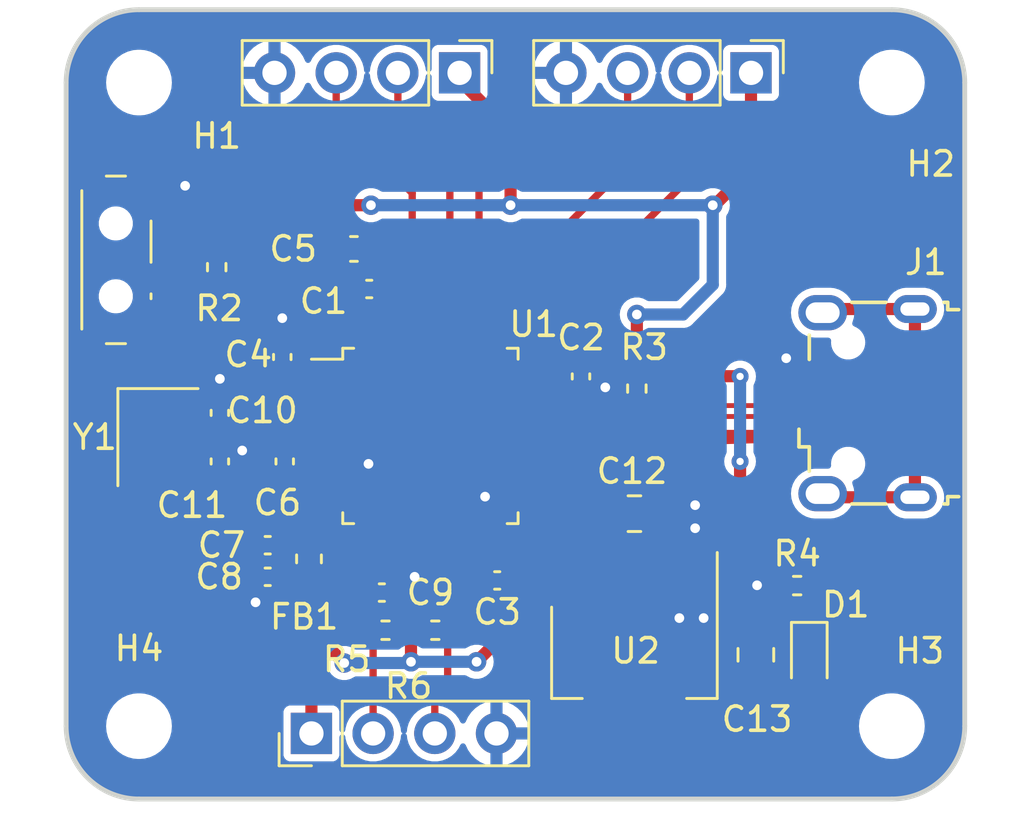
<source format=kicad_pcb>
(kicad_pcb (version 20221018) (generator pcbnew)
  (layers (0 "F.Cu" signal) (31 "B.Cu" power) (34 "B.Paste" user) (35 "F.Paste" user) (36 "B.SilkS" user "B.Silkscreen") (37 "F.SilkS" user "F.Silkscreen") (38 "B.Mask" user) (39 "F.Mask" user) (44 "Edge.Cuts" user))
  (net 0 "")
  (net 1 "+3.3V")
  (net 2 "GND")
  (net 3 "+3.3VA")
  (net 4 "/NRST")
  (net 5 "/HSE_IN")
  (net 6 "/HSE_OUT")
  (net 7 "VBUS")
  (net 8 "/LED_K")
  (net 9 "/USB_D-")
  (net 10 "/USB_D+")
  (net 12 "unconnected-(J1-Shield-Pad6)")
  (net 13 "/SWDIO")
  (net 14 "/SWCLK")
  (net 15 "/USART1_TX")
  (net 16 "/USART1_RX")
  (net 17 "/I2C2_SCL")
  (net 18 "/I2C2_SDA")
  (net 19 "Net-(SW1-B)")
  (net 20 "/BOOT0")
  (footprint "Crystal:Crystal_SMD_3225-4Pin_3.2x2.5mm" (layer "F.Cu") (at 102.78 91.1 -90)
    (fp_text reference "Y1" (at 0 2.6 -180) (layer "F.SilkS"))
    (fp_text value "16MHz")
    (fp_line (start -2 -1.65) (end -2 1.65) (stroke (width 0.12)) (layer "F.SilkS"))
    (fp_line (start -2 1.65) (end 2 1.65) (stroke (width 0.12)) (layer "F.SilkS"))
    (pad "1" smd rect (at -1.1 0.85 270) (size 1.4 1.2) (layers "F.Cu" "F.Paste" "F.Mask") (net 5 "/HSE_IN"))
    (pad "2" smd rect (at 1.1 0.85 270) (size 1.4 1.2) (layers "F.Cu" "F.Paste" "F.Mask") (net 2 "GND"))
    (pad "3" smd rect (at 1.1 -0.85 270) (size 1.4 1.2) (layers "F.Cu" "F.Paste" "F.Mask") (net 6 "/HSE_OUT"))
    (pad "4" smd rect (at -1.1 -0.85 270) (size 1.4 1.2) (layers "F.Cu" "F.Paste" "F.Mask") (net 2 "GND"))
  )
  (footprint "Connector_PinHeader_2.54mm:PinHeader_1x04_P2.54mm_Vertical" (layer "F.Cu") (at 127.2 76.1 -90)
    (fp_text reference "SWD1" hide)
    (fp_text value "SWD")
    (fp_line (start -1.33 -1.33) (end 0 -1.33) (stroke (width 0.12)) (layer "F.SilkS"))
    (fp_line (start -1.33 0) (end -1.33 -1.33) (stroke (width 0.12)) (layer "F.SilkS"))
    (fp_line (start -1.33 1.27) (end -1.33 8.95) (stroke (width 0.12)) (layer "F.SilkS"))
    (fp_line (start -1.33 1.27) (end 1.33 1.27) (stroke (width 0.12)) (layer "F.SilkS"))
    (fp_line (start -1.33 8.95) (end 1.33 8.95) (stroke (width 0.12)) (layer "F.SilkS"))
    (fp_line (start 1.33 1.27) (end 1.33 8.95) (stroke (width 0.12)) (layer "F.SilkS"))
    (pad "1" thru_hole rect (at 0 0 270) (size 1.7 1.7) (drill 1) (layers "*.Cu" "*.Mask") (net 1 "+3.3V"))
    (pad "2" thru_hole oval (at 0 2.54 270) (size 1.7 1.7) (drill 1) (layers "*.Cu" "*.Mask") (net 13 "/SWDIO"))
    (pad "3" thru_hole oval (at 0 5.08 270) (size 1.7 1.7) (drill 1) (layers "*.Cu" "*.Mask") (net 14 "/SWCLK"))
    (pad "4" thru_hole oval (at 0 7.62 270) (size 1.7 1.7) (drill 1) (layers "*.Cu" "*.Mask") (net 2 "GND"))
  )
  (footprint "Inductor_SMD:L_0603_1608Metric" (layer "F.Cu") (at 109 96.1125 -90)
    (fp_text reference "FB1" (at 2.3875 0.2 -180) (layer "F.SilkS"))
    (fp_text value "120R")
    (fp_line (start -0.162779 -0.51) (end 0.162779 -0.51) (stroke (width 0.12)) (layer "F.SilkS"))
    (fp_line (start -0.162779 0.51) (end 0.162779 0.51) (stroke (width 0.12)) (layer "F.SilkS"))
    (pad "1" smd roundrect (at -0.7875 0 270) (size 0.875 0.95) (layers "F.Cu" "F.Paste" "F.Mask") (net 3 "+3.3VA"))
    (pad "2" smd roundrect (at 0.7875 0 270) (size 0.875 0.95) (layers "F.Cu" "F.Paste" "F.Mask") (net 1 "+3.3V"))
  )
  (footprint "Capacitor_SMD:C_0402_1005Metric" (layer "F.Cu") (at 107.3 96.85 180)
    (fp_text reference "C8" (at 2 0) (layer "F.SilkS"))
    (fp_text value "1uF")
    (fp_line (start -0.107836 -0.36) (end 0.107836 -0.36) (stroke (width 0.12)) (layer "F.SilkS"))
    (fp_line (start -0.107836 0.36) (end 0.107836 0.36) (stroke (width 0.12)) (layer "F.SilkS"))
    (pad "1" smd roundrect (at -0.48 0 180) (size 0.56 0.62) (layers "F.Cu" "F.Paste" "F.Mask") (net 1 "+3.3V"))
    (pad "2" smd roundrect (at 0.48 0 180) (size 0.56 0.62) (layers "F.Cu" "F.Paste" "F.Mask") (net 2 "GND"))
  )
  (footprint "MountingHole:MountingHole_2.2mm_M2" (layer "F.Cu") (at 133 103)
    (fp_text reference "H3" (at 1.15 -3.1) (layer "F.SilkS"))
    (fp_text value "MountingHole")
    (pad "" np_thru_hole circle (at 0 0) (size 2.2 2.2) (drill 2.2) (layers "*.Cu" "*.Mask"))
  )
  (footprint "Resistor_SMD:R_0402_1005Metric" (layer "F.Cu") (at 129.1 97.2125 180)
    (fp_text reference "R4" (at 0 1.3125) (layer "F.SilkS"))
    (fp_text value "1K5")
    (fp_line (start -0.153641 -0.38) (end 0.153641 -0.38) (stroke (width 0.12)) (layer "F.SilkS"))
    (fp_line (start -0.153641 0.38) (end 0.153641 0.38) (stroke (width 0.12)) (layer "F.SilkS"))
    (pad "1" smd roundrect (at -0.51 0 180) (size 0.54 0.64) (layers "F.Cu" "F.Paste" "F.Mask") (net 8 "/LED_K"))
    (pad "2" smd roundrect (at 0.51 0 180) (size 0.54 0.64) (layers "F.Cu" "F.Paste" "F.Mask") (net 2 "GND"))
  )
  (footprint "Connector_PinHeader_2.54mm:PinHeader_1x04_P2.54mm_Vertical" (layer "F.Cu") (at 109.1 103.3 90)
    (fp_text reference "I2C1" hide)
    (fp_text value "I2C")
    (fp_line (start -1.33 -1.33) (end 0 -1.33) (stroke (width 0.12)) (layer "F.SilkS"))
    (fp_line (start -1.33 0) (end -1.33 -1.33) (stroke (width 0.12)) (layer "F.SilkS"))
    (fp_line (start -1.33 1.27) (end -1.33 8.95) (stroke (width 0.12)) (layer "F.SilkS"))
    (fp_line (start -1.33 1.27) (end 1.33 1.27) (stroke (width 0.12)) (layer "F.SilkS"))
    (fp_line (start -1.33 8.95) (end 1.33 8.95) (stroke (width 0.12)) (layer "F.SilkS"))
    (fp_line (start 1.33 1.27) (end 1.33 8.95) (stroke (width 0.12)) (layer "F.SilkS"))
    (pad "1" thru_hole rect (at 0 0 90) (size 1.7 1.7) (drill 1) (layers "*.Cu" "*.Mask") (net 1 "+3.3V"))
    (pad "2" thru_hole oval (at 0 2.54 90) (size 1.7 1.7) (drill 1) (layers "*.Cu" "*.Mask") (net 17 "/I2C2_SCL"))
    (pad "3" thru_hole oval (at 0 5.08 90) (size 1.7 1.7) (drill 1) (layers "*.Cu" "*.Mask") (net 18 "/I2C2_SDA"))
    (pad "4" thru_hole oval (at 0 7.62 90) (size 1.7 1.7) (drill 1) (layers "*.Cu" "*.Mask") (net 2 "GND"))
  )
  (footprint "Capacitor_SMD:C_0805_2012Metric" (layer "F.Cu") (at 122.4 94.25)
    (fp_text reference "C12" (at -0.1 -1.75) (layer "F.SilkS"))
    (fp_text value "22uF")
    (fp_line (start -0.261252 -0.735) (end 0.261252 -0.735) (stroke (width 0.12)) (layer "F.SilkS"))
    (fp_line (start -0.261252 0.735) (end 0.261252 0.735) (stroke (width 0.12)) (layer "F.SilkS"))
    (pad "1" smd roundrect (at -0.95 0) (size 1 1.45) (layers "F.Cu" "F.Paste" "F.Mask") (net 7 "VBUS"))
    (pad "2" smd roundrect (at 0.95 0) (size 1 1.45) (layers "F.Cu" "F.Paste" "F.Mask") (net 2 "GND"))
  )
  (footprint "MountingHole:MountingHole_2.2mm_M2" (layer "F.Cu") (at 133 76.5)
    (fp_text reference "H2" (at 1.6 3.35) (layer "F.SilkS"))
    (fp_text value "MountingHole")
    (pad "" np_thru_hole circle (at 0 0) (size 2.2 2.2) (drill 2.2) (layers "*.Cu" "*.Mask"))
  )
  (footprint "Capacitor_SMD:C_0603_1608Metric" (layer "F.Cu") (at 110.85 83.35)
    (fp_text reference "C5" (at -2.5 0) (layer "F.SilkS"))
    (fp_text value "10uF")
    (fp_line (start -0.14058 -0.51) (end 0.14058 -0.51) (stroke (width 0.12)) (layer "F.SilkS"))
    (fp_line (start -0.14058 0.51) (end 0.14058 0.51) (stroke (width 0.12)) (layer "F.SilkS"))
    (pad "1" smd roundrect (at -0.775 0) (size 0.9 0.95) (layers "F.Cu" "F.Paste" "F.Mask") (net 1 "+3.3V"))
    (pad "2" smd roundrect (at 0.775 0) (size 0.9 0.95) (layers "F.Cu" "F.Paste" "F.Mask") (net 2 "GND"))
  )
  (footprint "Connector_USB:USB_Micro-B_Wuerth_629105150521" (layer "F.Cu") (at 132 89.7 90)
    (fp_text reference "J1" (at 5.8 2.4 180) (layer "F.SilkS"))
    (fp_text value "USB_B_Micro")
    (fp_line (start -4.15 -0.65) (end -4.15 0.75) (stroke (width 0.15)) (layer "F.SilkS"))
    (fp_line (start -4.15 3.15) (end -4.15 3.3) (stroke (width 0.15)) (layer "F.SilkS"))
    (fp_line (start -4.15 3.3) (end -3.85 3.3) (stroke (width 0.15)) (layer "F.SilkS"))
    (fp_line (start -3.85 3.3) (end -3.85 3.75) (stroke (width 0.15)) (layer "F.SilkS"))
    (fp_line (start -1.8 -2.825) (end -1.8 -2.4) (stroke (width 0.15)) (layer "F.SilkS"))
    (fp_line (start -1.8 -2.4) (end -2.8 -2.4) (stroke (width 0.15)) (layer "F.SilkS"))
    (fp_line (start -1.075 -2.825) (end -1.8 -2.825) (stroke (width 0.15)) (layer "F.SilkS"))
    (fp_line (start 1.8 -2.4) (end 2.8 -2.4) (stroke (width 0.15)) (layer "F.SilkS"))
    (fp_line (start 3.85 3.3) (end 4.15 3.3) (stroke (width 0.15)) (layer "F.SilkS"))
    (fp_line (start 3.85 3.75) (end 3.85 3.3) (stroke (width 0.15)) (layer "F.SilkS"))
    (fp_line (start 4.15 0.75) (end 4.15 -0.65) (stroke (width 0.15)) (layer "F.SilkS"))
    (fp_line (start 4.15 3.3) (end 4.15 3.15) (stroke (width 0.15)) (layer "F.SilkS"))
    (pad "" np_thru_hole oval (at -2.5 -0.8 90) (size 0.8 0.8) (drill 0.8) (layers "*.Cu" "*.Mask"))
    (pad "" np_thru_hole oval (at 2.5 -0.8 90) (size 0.8 0.8) (drill 0.8) (layers "*.Cu" "*.Mask"))
    (pad "1" smd rect (at -1.3 -1.9 90) (size 0.45 1.3) (layers "F.Cu" "F.Paste" "F.Mask") (net 7 "VBUS"))
    (pad "2" smd rect (at -0.65 -1.9 90) (size 0.45 1.3) (layers "F.Cu" "F.Paste" "F.Mask") (net 9 "/USB_D-"))
    (pad "3" smd rect (at 0 -1.9 90) (size 0.45 1.3) (layers "F.Cu" "F.Paste" "F.Mask") (net 10 "/USB_D+"))
    (pad "4" smd rect (at 0.65 -1.9 90) (size 0.45 1.3) (layers "F.Cu" "F.Paste" "F.Mask"))
    (pad "5" smd rect (at 1.3 -1.9 90) (size 0.45 1.3) (layers "F.Cu" "F.Paste" "F.Mask") (net 2 "GND"))
    (pad "6" thru_hole oval (at -3.875 1.95 90) (size 1.15 1.8) (drill oval 0.55 1.2) (layers "*.Cu" "*.Mask") (net 12 "unconnected-(J1-Shield-Pad6)"))
    (pad "6" thru_hole oval (at -3.725 -1.85 90) (size 1.45 2) (drill oval 0.85 1.4) (layers "*.Cu" "*.Mask") (net 12 "unconnected-(J1-Shield-Pad6)"))
    (pad "6" thru_hole oval (at 3.725 -1.85 90) (size 1.45 2) (drill oval 0.85 1.4) (layers "*.Cu" "*.Mask") (net 12 "unconnected-(J1-Shield-Pad6)"))
    (pad "6" thru_hole oval (at 3.875 1.95 90) (size 1.15 1.8) (drill oval 0.55 1.2) (layers "*.Cu" "*.Mask") (net 12 "unconnected-(J1-Shield-Pad6)"))
  )
  (footprint "Button_Switch_SMD:SW_SPDT_PCM12" (layer "F.Cu") (at 101.375 83.8 -90)
    (fp_text reference "SW1" hide)
    (fp_text value "SW_SPDT")
    (fp_line (start -3.45 -0.07) (end -3.45 0.72) (stroke (width 0.12)) (layer "F.SilkS"))
    (fp_line (start -2.85 1.73) (end 2.85 1.73) (stroke (width 0.12)) (layer "F.SilkS"))
    (fp_line (start -1.6 -1.12) (end 0.1 -1.12) (stroke (width 0.12)) (layer "F.SilkS"))
    (fp_line (start 1.4 -1.12) (end 1.6 -1.12) (stroke (width 0.12)) (layer "F.SilkS"))
    (fp_line (start 3.45 0.72) (end 3.45 -0.07) (stroke (width 0.12)) (layer "F.SilkS"))
    (pad "" smd rect (at -3.65 -0.78 270) (size 1 0.8) (layers "F.Cu" "F.Paste" "F.Mask"))
    (pad "" smd rect (at -3.65 1.43 270) (size 1 0.8) (layers "F.Cu" "F.Paste" "F.Mask"))
    (pad "" np_thru_hole circle (at -1.5 0.33 270) (size 0.9 0.9) (drill 0.9) (layers "*.Cu" "*.Mask"))
    (pad "" np_thru_hole circle (at 1.5 0.33 270) (size 0.9 0.9) (drill 0.9) (layers "*.Cu" "*.Mask"))
    (pad "" smd rect (at 3.65 -0.78 270) (size 1 0.8) (layers "F.Cu" "F.Paste" "F.Mask"))
    (pad "" smd rect (at 3.65 1.43 270) (size 1 0.8) (layers "F.Cu" "F.Paste" "F.Mask"))
    (pad "1" smd rect (at -2.25 -1.43 270) (size 0.7 1.5) (layers "F.Cu" "F.Paste" "F.Mask") (net 2 "GND"))
    (pad "2" smd rect (at 0.75 -1.43 270) (size 0.7 1.5) (layers "F.Cu" "F.Paste" "F.Mask") (net 19 "Net-(SW1-B)"))
    (pad "3" smd rect (at 2.25 -1.43 270) (size 0.7 1.5) (layers "F.Cu" "F.Paste" "F.Mask") (net 1 "+3.3V"))
  )
  (footprint "Capacitor_SMD:C_0402_1005Metric" (layer "F.Cu") (at 105.33 92.1 90)
    (fp_text reference "C11" (at -1.8 -1.15 180) (layer "F.SilkS"))
    (fp_text value "10pF")
    (fp_line (start -0.107836 -0.36) (end 0.107836 -0.36) (stroke (width 0.12)) (layer "F.SilkS"))
    (fp_line (start -0.107836 0.36) (end 0.107836 0.36) (stroke (width 0.12)) (layer "F.SilkS"))
    (pad "1" smd roundrect (at -0.48 0 90) (size 0.56 0.62) (layers "F.Cu" "F.Paste" "F.Mask") (net 6 "/HSE_OUT"))
    (pad "2" smd roundrect (at 0.48 0 90) (size 0.56 0.62) (layers "F.Cu" "F.Paste" "F.Mask") (net 2 "GND"))
  )
  (footprint "Resistor_SMD:R_0402_1005Metric" (layer "F.Cu") (at 105.2 84.1 90)
    (fp_text reference "R2" (at -1.7 0.1) (layer "F.SilkS"))
    (fp_text value "10K")
    (fp_line (start -0.153641 -0.38) (end 0.153641 -0.38) (stroke (width 0.12)) (layer "F.SilkS"))
    (fp_line (start -0.153641 0.38) (end 0.153641 0.38) (stroke (width 0.12)) (layer "F.SilkS"))
    (pad "1" smd roundrect (at -0.51 0 90) (size 0.54 0.64) (layers "F.Cu" "F.Paste" "F.Mask") (net 19 "Net-(SW1-B)"))
    (pad "2" smd roundrect (at 0.51 0 90) (size 0.54 0.64) (layers "F.Cu" "F.Paste" "F.Mask") (net 20 "/BOOT0"))
  )
  (footprint "Capacitor_SMD:C_0805_2012Metric" (layer "F.Cu") (at 127.4 100.0625 90)
    (fp_text reference "C13" (at -2.65 0.05 180) (layer "F.SilkS"))
    (fp_text value "22uF")
    (fp_line (start -0.261252 -0.735) (end 0.261252 -0.735) (stroke (width 0.12)) (layer "F.SilkS"))
    (fp_line (start -0.261252 0.735) (end 0.261252 0.735) (stroke (width 0.12)) (layer "F.SilkS"))
    (pad "1" smd roundrect (at -0.95 0 90) (size 1 1.45) (layers "F.Cu" "F.Paste" "F.Mask") (net 1 "+3.3V"))
    (pad "2" smd roundrect (at 0.95 0 90) (size 1 1.45) (layers "F.Cu" "F.Paste" "F.Mask") (net 2 "GND"))
  )
  (footprint "MountingHole:MountingHole_2.2mm_M2" (layer "F.Cu") (at 102 103)
    (fp_text reference "H4" (at 0 -3.2) (layer "F.SilkS"))
    (fp_text value "MountingHole")
    (pad "" np_thru_hole circle (at 0 0) (size 2.2 2.2) (drill 2.2) (layers "*.Cu" "*.Mask"))
  )
  (footprint "Capacitor_SMD:C_0402_1005Metric" (layer "F.Cu") (at 107.9 87.8 90)
    (fp_text reference "C4" (at 0.1 -1.4 180) (layer "F.SilkS"))
    (fp_text value "100nF")
    (fp_line (start -0.107836 -0.36) (end 0.107836 -0.36) (stroke (width 0.12)) (layer "F.SilkS"))
    (fp_line (start -0.107836 0.36) (end 0.107836 0.36) (stroke (width 0.12)) (layer "F.SilkS"))
    (pad "1" smd roundrect (at -0.48 0 90) (size 0.56 0.62) (layers "F.Cu" "F.Paste" "F.Mask") (net 1 "+3.3V"))
    (pad "2" smd roundrect (at 0.48 0 90) (size 0.56 0.62) (layers "F.Cu" "F.Paste" "F.Mask") (net 2 "GND"))
  )
  (footprint "LED_SMD:LED_0603_1608Metric" (layer "F.Cu") (at 129.6 100.2125 -90)
    (fp_text reference "D1" (at -2.2125 -1.5 -180) (layer "F.SilkS"))
    (fp_text value "RED")
    (fp_line (start -1.485 -0.735) (end -1.485 0.735) (stroke (width 0.12)) (layer "F.SilkS"))
    (fp_line (start -1.485 0.735) (end 0.8 0.735) (stroke (width 0.12)) (layer "F.SilkS"))
    (fp_line (start 0.8 -0.735) (end -1.485 -0.735) (stroke (width 0.12)) (layer "F.SilkS"))
    (pad "1" smd roundrect (at -0.7875 0 270) (size 0.875 0.95) (layers "F.Cu" "F.Paste" "F.Mask") (net 8 "/LED_K"))
    (pad "2" smd roundrect (at 0.7875 0 270) (size 0.875 0.95) (layers "F.Cu" "F.Paste" "F.Mask") (net 1 "+3.3V"))
  )
  (footprint "Capacitor_SMD:C_0402_1005Metric" (layer "F.Cu") (at 108 92.1 90)
    (fp_text reference "C6" (at -1.7 -0.3) (layer "F.SilkS"))
    (fp_text value "10nF")
    (fp_line (start -0.107836 -0.36) (end 0.107836 -0.36) (stroke (width 0.12)) (layer "F.SilkS"))
    (fp_line (start -0.107836 0.36) (end 0.107836 0.36) (stroke (width 0.12)) (layer "F.SilkS"))
    (pad "1" smd roundrect (at -0.48 0 90) (size 0.56 0.62) (layers "F.Cu" "F.Paste" "F.Mask") (net 3 "+3.3VA"))
    (pad "2" smd roundrect (at 0.48 0 90) (size 0.56 0.62) (layers "F.Cu" "F.Paste" "F.Mask") (net 2 "GND"))
  )
  (footprint "MountingHole:MountingHole_2.2mm_M2" (layer "F.Cu") (at 102 76.5)
    (fp_text reference "H1" (at 3.2 2.2) (layer "F.SilkS"))
    (fp_text value "MountingHole")
    (pad "" np_thru_hole circle (at 0 0) (size 2.2 2.2) (drill 2.2) (layers "*.Cu" "*.Mask"))
  )
  (footprint "Resistor_SMD:R_0402_1005Metric" (layer "F.Cu") (at 122.5 89.1 -90)
    (fp_text reference "R3" (at -1.7 -0.3) (layer "F.SilkS"))
    (fp_text value "1K5")
    (fp_line (start -0.153641 -0.38) (end 0.153641 -0.38) (stroke (width 0.12)) (layer "F.SilkS"))
    (fp_line (start -0.153641 0.38) (end 0.153641 0.38) (stroke (width 0.12)) (layer "F.SilkS"))
    (pad "1" smd roundrect (at -0.51 0 270) (size 0.54 0.64) (layers "F.Cu" "F.Paste" "F.Mask") (net 1 "+3.3V"))
    (pad "2" smd roundrect (at 0.51 0 270) (size 0.54 0.64) (layers "F.Cu" "F.Paste" "F.Mask") (net 10 "/USB_D+"))
  )
  (footprint "Package_TO_SOT_SMD:SOT-223-3_TabPin2" (layer "F.Cu") (at 122.4 99.95 -90)
    (fp_text reference "U2" (at -0.05 -0.05 -180) (layer "F.SilkS"))
    (fp_text value "AMS1117-3.3")
    (fp_line (start -4.1 -3.41) (end 1.91 -3.41) (stroke (width 0.12)) (layer "F.SilkS"))
    (fp_line (start -1.85 3.41) (end 1.91 3.41) (stroke (width 0.12)) (layer "F.SilkS"))
    (fp_line (start 1.91 -3.41) (end 1.91 -2.15) (stroke (width 0.12)) (layer "F.SilkS"))
    (fp_line (start 1.91 3.41) (end 1.91 2.15) (stroke (width 0.12)) (layer "F.SilkS"))
    (pad "1" smd rect (at -3.15 -2.3 270) (size 2 1.5) (layers "F.Cu" "F.Paste" "F.Mask") (net 2 "GND"))
    (pad "2" smd rect (at -3.15 0 270) (size 2 1.5) (layers "F.Cu" "F.Paste" "F.Mask") (net 1 "+3.3V"))
    (pad "2" smd rect (at 3.15 0 270) (size 2 3.8) (layers "F.Cu" "F.Paste" "F.Mask") (net 1 "+3.3V"))
    (pad "3" smd rect (at -3.15 2.3 270) (size 2 1.5) (layers "F.Cu" "F.Paste" "F.Mask") (net 7 "VBUS"))
  )
  (footprint "Resistor_SMD:R_0402_1005Metric" (layer "F.Cu") (at 114.2 99.05)
    (fp_text reference "R6" (at -1.1 2.3) (layer "F.SilkS"))
    (fp_text value "1K5")
    (fp_line (start -0.153641 -0.38) (end 0.153641 -0.38) (stroke (width 0.12)) (layer "F.SilkS"))
    (fp_line (start -0.153641 0.38) (end 0.153641 0.38) (stroke (width 0.12)) (layer "F.SilkS"))
    (pad "1" smd roundrect (at -0.51 0) (size 0.54 0.64) (layers "F.Cu" "F.Paste" "F.Mask") (net 1 "+3.3V"))
    (pad "2" smd roundrect (at 0.51 0) (size 0.54 0.64) (layers "F.Cu" "F.Paste" "F.Mask") (net 18 "/I2C2_SDA"))
  )
  (footprint "Capacitor_SMD:C_0402_1005Metric" (layer "F.Cu") (at 111.48 85)
    (fp_text reference "C1" (at -1.88 0.5) (layer "F.SilkS"))
    (fp_text value "100nF")
    (fp_line (start -0.107836 -0.36) (end 0.107836 -0.36) (stroke (width 0.12)) (layer "F.SilkS"))
    (fp_line (start -0.107836 0.36) (end 0.107836 0.36) (stroke (width 0.12)) (layer "F.SilkS"))
    (pad "1" smd roundrect (at -0.48 0) (size 0.56 0.62) (layers "F.Cu" "F.Paste" "F.Mask") (net 1 "+3.3V"))
    (pad "2" smd roundrect (at 0.48 0) (size 0.56 0.62) (layers "F.Cu" "F.Paste" "F.Mask") (net 2 "GND"))
  )
  (footprint "Connector_PinHeader_2.54mm:PinHeader_1x04_P2.54mm_Vertical" (layer "F.Cu") (at 115.2 76.1 -90)
    (fp_text reference "UART1" hide)
    (fp_text value "UART")
    (fp_line (start -1.33 -1.33) (end 0 -1.33) (stroke (width 0.12)) (layer "F.SilkS"))
    (fp_line (start -1.33 0) (end -1.33 -1.33) (stroke (width 0.12)) (layer "F.SilkS"))
    (fp_line (start -1.33 1.27) (end -1.33 8.95) (stroke (width 0.12)) (layer "F.SilkS"))
    (fp_line (start -1.33 1.27) (end 1.33 1.27) (stroke (width 0.12)) (layer "F.SilkS"))
    (fp_line (start -1.33 8.95) (end 1.33 8.95) (stroke (width 0.12)) (layer "F.SilkS"))
    (fp_line (start 1.33 1.27) (end 1.33 8.95) (stroke (width 0.12)) (layer "F.SilkS"))
    (pad "1" thru_hole rect (at 0 0 270) (size 1.7 1.7) (drill 1) (layers "*.Cu" "*.Mask") (net 1 "+3.3V"))
    (pad "2" thru_hole oval (at 0 2.54 270) (size 1.7 1.7) (drill 1) (layers "*.Cu" "*.Mask") (net 15 "/USART1_TX"))
    (pad "3" thru_hole oval (at 0 5.08 270) (size 1.7 1.7) (drill 1) (layers "*.Cu" "*.Mask") (net 16 "/USART1_RX"))
    (pad "4" thru_hole oval (at 0 7.62 270) (size 1.7 1.7) (drill 1) (layers "*.Cu" "*.Mask") (net 2 "GND"))
  )
  (footprint "Package_QFP:LQFP-48_7x7mm_P0.5mm" (layer "F.Cu") (at 114 91.05)
    (fp_text reference "U1" (at 4.25 -4.6) (layer "F.SilkS"))
    (fp_text value "STM32F103C8T6")
    (fp_line (start -3.61 -3.61) (end -3.61 -3.16) (stroke (width 0.12)) (layer "F.SilkS"))
    (fp_line (start -3.61 -3.16) (end -4.9 -3.16) (stroke (width 0.12)) (layer "F.SilkS"))
    (fp_line (start -3.61 3.61) (end -3.61 3.16) (stroke (width 0.12)) (layer "F.SilkS"))
    (fp_line (start -3.16 -3.61) (end -3.61 -3.61) (stroke (width 0.12)) (layer "F.SilkS"))
    (fp_line (start -3.16 3.61) (end -3.61 3.61) (stroke (width 0.12)) (layer "F.SilkS"))
    (fp_line (start 3.16 -3.61) (end 3.61 -3.61) (stroke (width 0.12)) (layer "F.SilkS"))
    (fp_line (start 3.16 3.61) (end 3.61 3.61) (stroke (width 0.12)) (layer "F.SilkS"))
    (fp_line (start 3.61 -3.61) (end 3.61 -3.16) (stroke (width 0.12)) (layer "F.SilkS"))
    (fp_line (start 3.61 3.61) (end 3.61 3.16) (stroke (width 0.12)) (layer "F.SilkS"))
    (pad "1" smd roundrect (at -4.1625 -2.75) (size 1.475 0.3) (layers "F.Cu" "F.Paste" "F.Mask") (net 1 "+3.3V"))
    (pad "2" smd roundrect (at -4.1625 -2.25) (size 1.475 0.3) (layers "F.Cu" "F.Paste" "F.Mask"))
    (pad "3" smd roundrect (at -4.1625 -1.75) (size 1.475 0.3) (layers "F.Cu" "F.Paste" "F.Mask"))
    (pad "4" smd roundrect (at -4.1625 -1.25) (size 1.475 0.3) (layers "F.Cu" "F.Paste" "F.Mask"))
    (pad "5" smd roundrect (at -4.1625 -0.75) (size 1.475 0.3) (layers "F.Cu" "F.Paste" "F.Mask") (net 5 "/HSE_IN"))
    (pad "6" smd roundrect (at -4.1625 -0.25) (size 1.475 0.3) (layers "F.Cu" "F.Paste" "F.Mask") (net 6 "/HSE_OUT"))
    (pad "7" smd roundrect (at -4.1625 0.25) (size 1.475 0.3) (layers "F.Cu" "F.Paste" "F.Mask") (net 4 "/NRST"))
    (pad "8" smd roundrect (at -4.1625 0.75) (size 1.475 0.3) (layers "F.Cu" "F.Paste" "F.Mask") (net 2 "GND"))
    (pad "9" smd roundrect (at -4.1625 1.25) (size 1.475 0.3) (layers "F.Cu" "F.Paste" "F.Mask") (net 3 "+3.3VA"))
    (pad "10" smd roundrect (at -4.1625 1.75) (size 1.475 0.3) (layers "F.Cu" "F.Paste" "F.Mask"))
    (pad "11" smd roundrect (at -4.1625 2.25) (size 1.475 0.3) (layers "F.Cu" "F.Paste" "F.Mask"))
    (pad "12" smd roundrect (at -4.1625 2.75) (size 1.475 0.3) (layers "F.Cu" "F.Paste" "F.Mask"))
    (pad "13" smd roundrect (at -2.75 4.1625) (size 0.3 1.475) (layers "F.Cu" "F.Paste" "F.Mask"))
    (pad "14" smd roundrect (at -2.25 4.1625) (size 0.3 1.475) (layers "F.Cu" "F.Paste" "F.Mask"))
    (pad "15" smd roundrect (at -1.75 4.1625) (size 0.3 1.475) (layers "F.Cu" "F.Paste" "F.Mask"))
    (pad "16" smd roundrect (at -1.25 4.1625) (size 0.3 1.475) (layers "F.Cu" "F.Paste" "F.Mask"))
    (pad "17" smd roundrect (at -0.75 4.1625) (size 0.3 1.475) (layers "F.Cu" "F.Paste" "F.Mask"))
    (pad "18" smd roundrect (at -0.25 4.1625) (size 0.3 1.475) (layers "F.Cu" "F.Paste" "F.Mask"))
    (pad "19" smd roundrect (at 0.25 4.1625) (size 0.3 1.475) (layers "F.Cu" "F.Paste" "F.Mask"))
    (pad "20" smd roundrect (at 0.75 4.1625) (size 0.3 1.475) (layers "F.Cu" "F.Paste" "F.Mask"))
    (pad "21" smd roundrect (at 1.25 4.1625) (size 0.3 1.475) (layers "F.Cu" "F.Paste" "F.Mask") (net 17 "/I2C2_SCL"))
    (pad "22" smd roundrect (at 1.75 4.1625) (size 0.3 1.475) (layers "F.Cu" "F.Paste" "F.Mask") (net 18 "/I2C2_SDA"))
    (pad "23" smd roundrect (at 2.25 4.1625) (size 0.3 1.475) (layers "F.Cu" "F.Paste" "F.Mask") (net 2 "GND"))
    (pad "24" smd roundrect (at 2.75 4.1625) (size 0.3 1.475) (layers "F.Cu" "F.Paste" "F.Mask") (net 1 "+3.3V"))
    (pad "25" smd roundrect (at 4.1625 2.75) (size 1.475 0.3) (layers "F.Cu" "F.Paste" "F.Mask"))
    (pad "26" smd roundrect (at 4.1625 2.25) (size 1.475 0.3) (layers "F.Cu" "F.Paste" "F.Mask"))
    (pad "27" smd roundrect (at 4.1625 1.75) (size 1.475 0.3) (layers "F.Cu" "F.Paste" "F.Mask"))
    (pad "28" smd roundrect (at 4.1625 1.25) (size 1.475 0.3) (layers "F.Cu" "F.Paste" "F.Mask"))
    (pad "29" smd roundrect (at 4.1625 0.75) (size 1.475 0.3) (layers "F.Cu" "F.Paste" "F.Mask"))
    (pad "30" smd roundrect (at 4.1625 0.25) (size 1.475 0.3) (layers "F.Cu" "F.Paste" "F.Mask"))
    (pad "31" smd roundrect (at 4.1625 -0.25) (size 1.475 0.3) (layers "F.Cu" "F.Paste" "F.Mask"))
    (pad "32" smd roundrect (at 4.1625 -0.75) (size 1.475 0.3) (layers "F.Cu" "F.Paste" "F.Mask") (net 9 "/USB_D-"))
    (pad "33" smd roundrect (at 4.1625 -1.25) (size 1.475 0.3) (layers "F.Cu" "F.Paste" "F.Mask") (net 10 "/USB_D+"))
    (pad "34" smd roundrect (at 4.1625 -1.75) (size 1.475 0.3) (layers "F.Cu" "F.Paste" "F.Mask") (net 13 "/SWDIO"))
    (pad "35" smd roundrect (at 4.1625 -2.25) (size 1.475 0.3) (layers "F.Cu" "F.Paste" "F.Mask") (net 2 "GND"))
    (pad "36" smd roundrect (at 4.1625 -2.75) (size 1.475 0.3) (layers "F.Cu" "F.Paste" "F.Mask") (net 1 "+3.3V"))
    (pad "37" smd roundrect (at 2.75 -4.1625) (size 0.3 1.475) (layers "F.Cu" "F.Paste" "F.Mask") (net 14 "/SWCLK"))
    (pad "38" smd roundrect (at 2.25 -4.1625) (size 0.3 1.475) (layers "F.Cu" "F.Paste" "F.Mask"))
    (pad "39" smd roundrect (at 1.75 -4.1625) (size 0.3 1.475) (layers "F.Cu" "F.Paste" "F.Mask"))
    (pad "40" smd roundrect (at 1.25 -4.1625) (size 0.3 1.475) (layers "F.Cu" "F.Paste" "F.Mask"))
    (pad "41" smd roundrect (at 0.75 -4.1625) (size 0.3 1.475) (layers "F.Cu" "F.Paste" "F.Mask"))
    (pad "42" smd roundrect (at 0.25 -4.1625) (size 0.3 1.475) (layers "F.Cu" "F.Paste" "F.Mask") (net 15 "/USART1_TX"))
    (pad "43" smd roundrect (at -0.25 -4.1625) (size 0.3 1.475) (layers "F.Cu" "F.Paste" "F.Mask") (net 16 "/USART1_RX"))
    (pad "44" smd roundrect (at -0.75 -4.1625) (size 0.3 1.475) (layers "F.Cu" "F.Paste" "F.Mask") (net 20 "/BOOT0"))
    (pad "45" smd roundrect (at -1.25 -4.1625) (size 0.3 1.475) (layers "F.Cu" "F.Paste" "F.Mask"))
    (pad "46" smd roundrect (at -1.75 -4.1625) (size 0.3 1.475) (layers "F.Cu" "F.Paste" "F.Mask"))
    (pad "47" smd roundrect (at -2.25 -4.1625) (size 0.3 1.475) (layers "F.Cu" "F.Paste" "F.Mask") (net 2 "GND"))
    (pad "48" smd roundrect (at -2.75 -4.1625) (size 0.3 1.475) (layers "F.Cu" "F.Paste" "F.Mask") (net 1 "+3.3V"))
  )
  (footprint "Capacitor_SMD:C_0402_1005Metric" (layer "F.Cu") (at 116.75 97 180)
    (fp_text reference "C3" (at 0 -1.3) (layer "F.SilkS"))
    (fp_text value "100nF")
    (fp_line (start -0.107836 -0.36) (end 0.107836 -0.36) (stroke (width 0.12)) (layer "F.SilkS"))
    (fp_line (start -0.107836 0.36) (end 0.107836 0.36) (stroke (width 0.12)) (layer "F.SilkS"))
    (pad "1" smd roundrect (at -0.48 0 180) (size 0.56 0.62) (layers "F.Cu" "F.Paste" "F.Mask") (net 1 "+3.3V"))
    (pad "2" smd roundrect (at 0.48 0 180) (size 0.56 0.62) (layers "F.Cu" "F.Paste" "F.Mask") (net 2 "GND"))
  )
  (footprint "Capacitor_SMD:C_0402_1005Metric" (layer "F.Cu") (at 105.33 90.1 90)
    (fp_text reference "C10" (at 0.1 1.75 180) (layer "F.SilkS"))
    (fp_text value "10pF")
    (fp_line (start -0.107836 -0.36) (end 0.107836 -0.36) (stroke (width 0.12)) (layer "F.SilkS"))
    (fp_line (start -0.107836 0.36) (end 0.107836 0.36) (stroke (width 0.12)) (layer "F.SilkS"))
    (pad "1" smd roundrect (at -0.48 0 90) (size 0.56 0.62) (layers "F.Cu" "F.Paste" "F.Mask") (net 5 "/HSE_IN"))
    (pad "2" smd roundrect (at 0.48 0 90) (size 0.56 0.62) (layers "F.Cu" "F.Paste" "F.Mask") (net 2 "GND"))
  )
  (footprint "Resistor_SMD:R_0402_1005Metric" (layer "F.Cu") (at 112.15 99.05 180)
    (fp_text reference "R5" (at 1.6 -1.2) (layer "F.SilkS"))
    (fp_text value "1K5")
    (fp_line (start -0.153641 -0.38) (end 0.153641 -0.38) (stroke (width 0.12)) (layer "F.SilkS"))
    (fp_line (start -0.153641 0.38) (end 0.153641 0.38) (stroke (width 0.12)) (layer "F.SilkS"))
    (pad "1" smd roundrect (at -0.51 0 180) (size 0.54 0.64) (layers "F.Cu" "F.Paste" "F.Mask") (net 1 "+3.3V"))
    (pad "2" smd roundrect (at 0.51 0 180) (size 0.54 0.64) (layers "F.Cu" "F.Paste" "F.Mask") (net 17 "/I2C2_SCL"))
  )
  (footprint "Capacitor_SMD:C_0402_1005Metric" (layer "F.Cu") (at 120.2 88.6 -90)
    (fp_text reference "C2" (at -1.6 0 -180) (layer "F.SilkS"))
    (fp_text value "100nF")
    (fp_line (start -0.107836 -0.36) (end 0.107836 -0.36) (stroke (width 0.12)) (layer "F.SilkS"))
    (fp_line (start -0.107836 0.36) (end 0.107836 0.36) (stroke (width 0.12)) (layer "F.SilkS"))
    (pad "1" smd roundrect (at -0.48 0 270) (size 0.56 0.62) (layers "F.Cu" "F.Paste" "F.Mask") (net 1 "+3.3V"))
    (pad "2" smd roundrect (at 0.48 0 270) (size 0.56 0.62) (layers "F.Cu" "F.Paste" "F.Mask") (net 2 "GND"))
  )
  (footprint "Capacitor_SMD:C_0402_1005Metric" (layer "F.Cu") (at 107.3 95.55 180)
    (fp_text reference "C7" (at 1.9 0) (layer "F.SilkS"))
    (fp_text value "1uF")
    (fp_line (start -0.107836 -0.36) (end 0.107836 -0.36) (stroke (width 0.12)) (layer "F.SilkS"))
    (fp_line (start -0.107836 0.36) (end 0.107836 0.36) (stroke (width 0.12)) (layer "F.SilkS"))
    (pad "1" smd roundrect (at -0.48 0 180) (size 0.56 0.62) (layers "F.Cu" "F.Paste" "F.Mask") (net 3 "+3.3VA"))
    (pad "2" smd roundrect (at 0.48 0 180) (size 0.56 0.62) (layers "F.Cu" "F.Paste" "F.Mask") (net 2 "GND"))
  )
  (footprint "Capacitor_SMD:C_0402_1005Metric" (layer "F.Cu") (at 112 97.5 180)
    (fp_text reference "C9" (at -2 0) (layer "F.SilkS"))
    (fp_text value "100nF")
    (fp_line (start -0.107836 -0.36) (end 0.107836 -0.36) (stroke (width 0.12)) (layer "F.SilkS"))
    (fp_line (start -0.107836 0.36) (end 0.107836 0.36) (stroke (width 0.12)) (layer "F.SilkS"))
    (pad "1" smd roundrect (at -0.48 0 180) (size 0.56 0.62) (layers "F.Cu" "F.Paste" "F.Mask") (net 2 "GND"))
    (pad "2" smd roundrect (at 0.48 0 180) (size 0.56 0.62) (layers "F.Cu" "F.Paste" "F.Mask") (net 4 "/NRST"))
  )
  (gr_arc (start 133 73.5) (mid 135.121321 74.378679) (end 136 76.5) (stroke (width 0.2)) (layer "Edge.Cuts"))
  (gr_arc (start 102 106) (mid 99.878679 105.121321) (end 99 103) (stroke (width 0.2)) (layer "Edge.Cuts"))
  (gr_line (start 99 76.5) (end 99 103) (stroke (width 0.2)) (layer "Edge.Cuts"))
  (gr_line (start 136 76.5) (end 136 103) (stroke (width 0.2)) (layer "Edge.Cuts"))
  (gr_line (start 102 106) (end 133 106) (stroke (width 0.2)) (layer "Edge.Cuts"))
  (gr_line (start 102 73.5) (end 133 73.5) (stroke (width 0.2)) (layer "Edge.Cuts"))
  (gr_arc (start 136 103) (mid 135.121321 105.121321) (end 133 106) (stroke (width 0.2)) (layer "Edge.Cuts"))
  (gr_arc (start 99 76.5) (mid 99.878679 74.378679) (end 102 73.5) (stroke (width 0.2)) (layer "Edge.Cuts"))
  (segment (start 109.2 99.15) (end 110.45 100.4) (width 0.5) (layer "F.Cu") (net 1))
  (segment (start 118.5 104.15) (end 118.5 101.05) (width 0.5) (layer "F.Cu") (net 1))
  (segment (start 126.75 94.9) (end 126.75 92.1) (width 0.5) (layer "F.Cu") (net 1))
  (segment (start 127.45 95.6) (end 126.75 94.9) (width 0.5) (layer "F.Cu") (net 1))
  (segment (start 115.9 100.35) (end 116.47 99.78) (width 0.5) (layer "F.Cu") (net 1))
  (segment (start 110.075 83.35) (end 110.075 84.075) (width 0.5) (layer "F.Cu") (net 1))
  (segment (start 110.55 81.55) (end 111.55 81.55) (width 0.5) (layer "F.Cu") (net 1))
  (segment (start 102.805 86.05) (end 105.4 86.05) (width 0.5) (layer "F.Cu") (net 1))
  (segment (start 126.74 88.59) (end 126.75 88.6) (width 0.5) (layer "F.Cu") (net 1))
  (segment (start 117.3 78.5) (end 115.2 76.4) (width 0.5) (layer "F.Cu") (net 1))
  (segment (start 111 85.7) (end 111 85) (width 0.3) (layer "F.Cu") (net 1))
  (segment (start 107.78 96.85) (end 108.95 96.85) (width 0.5) (layer "F.Cu") (net 1))
  (segment (start 129.6 101) (end 129.6 103.85) (width 0.5) (layer "F.Cu") (net 1))
  (segment (start 129.6 101) (end 130.55 101) (width 0.5) (layer "F.Cu") (net 1))
  (segment (start 111.25 88.15) (end 111.1 88.3) (width 0.3) (layer "F.Cu") (net 1))
  (segment (start 127.4 101.0125) (end 129.5875 101.0125) (width 0.5) (layer "F.Cu") (net 1))
  (segment (start 128.4 105.05) (end 119.4 105.05) (width 0.5) (layer "F.Cu") (net 1))
  (segment (start 106.05 86.7) (end 106.05 87.8) (width 0.5) (layer "F.Cu") (net 1))
  (segment (start 115.2 76.4) (end 115.2 76.1) (width 0.5) (layer "F.Cu") (net 1))
  (segment (start 108.95 96.85) (end 109 96.9) (width 0.5) (layer "F.Cu") (net 1))
  (segment (start 129.6 103.85) (end 128.4 105.05) (width 0.5) (layer "F.Cu") (net 1))
  (segment (start 105.4 86.05) (end 106.05 86.7) (width 0.5) (layer "F.Cu") (net 1))
  (segment (start 109.8375 88.3) (end 107.92 88.3) (width 0.3) (layer "F.Cu") (net 1))
  (segment (start 122.5 88.05) (end 122.5 86.05) (width 0.5) (layer "F.Cu") (net 1))
  (segment (start 111.25 86.8875) (end 111.25 85.95) (width 0.3) (layer "F.Cu") (net 1))
  (segment (start 113.2 99.05) (end 113.2 100.35) (width 0.5) (layer "F.Cu") (net 1))
  (segment (start 118.1625 88.3) (end 119.3 88.3) (width 0.3) (layer "F.Cu") (net 1))
  (segment (start 109 96.7) (end 109.2 96.9) (width 0.5) (layer "F.Cu") (net 1))
  (segment (start 131.05 95.6) (end 127.45 95.6) (width 0.5) (layer "F.Cu") (net 1))
  (segment (start 111.25 86.8875) (end 111.25 88.15) (width 0.3) (layer "F.Cu") (net 1))
  (segment (start 119.3 88.3) (end 119.48 88.12) (width 0.3) (layer "F.Cu") (net 1))
  (segment (start 130.55 101) (end 131.55 100) (width 0.5) (layer "F.Cu") (net 1))
  (segment (start 131.55 96.1) (end 131.05 95.6) (width 0.5) (layer "F.Cu") (net 1))
  (segment (start 117.3 81.55) (end 117.3 78.5) (width 0.5) (layer "F.Cu") (net 1))
  (segment (start 109.1 103.3) (end 109.1 97) (width 0.5) (layer "F.Cu") (net 1))
  (segment (start 117.23 97) (end 117.23 96.73) (width 0.3) (layer "F.Cu") (net 1))
  (segment (start 122.5 88.59) (end 122.5 88.05) (width 0.5) (layer "F.Cu") (net 1))
  (segment (start 111.1 88.3) (end 109.8375 88.3) (width 0.3) (layer "F.Cu") (net 1))
  (segment (start 122.43 88.12) (end 120.2 88.12) (width 0.5) (layer "F.Cu") (net 1))
  (segment (start 131.55 100) (end 131.55 96.1) (width 0.5) (layer "F.Cu") (net 1))
  (segment (start 107.92 88.3) (end 107.9 88.28) (width 0.3) (layer "F.Cu") (net 1))
  (segment (start 117.23 99.78) (end 117.23 97) (width 0.5) (layer "F.Cu") (net 1))
  (segment (start 111.25 85.95) (end 111 85.7) (width 0.3) (layer "F.Cu") (net 1))
  (segment (start 112.66 99.05) (end 113.2 99.05) (width 0.5) (layer "F.Cu") (net 1))
  (segment (start 122.5 88.59) (end 126.74 88.59) (width 0.5) (layer "F.Cu") (net 1))
  (segment (start 129.5875 101.0125) (end 129.6 101) (width 0.5) (layer "F.Cu") (net 1))
  (segment (start 116.47 99.78) (end 117.23 99.78) (width 0.5) (layer "F.Cu") (net 1))
  (segment (start 117.23 96.73) (end 116.75 96.25) (width 0.3) (layer "F.Cu") (net 1))
  (segment (start 116.75 96.25) (end 116.75 95.2125) (width 0.3) (layer "F.Cu") (net 1))
  (segment (start 119.48 88.12) (end 120.2 88.12) (width 0.3) (layer "F.Cu") (net 1))
  (segment (start 118.5 101.05) (end 117.23 99.78) (width 0.5) (layer "F.Cu") (net 1))
  (segment (start 106.53 88.28) (end 107.9 88.28) (width 0.5) (layer "F.Cu") (net 1))
  (segment (start 122.5 88.05) (end 122.43 88.12) (width 0.5) (layer "F.Cu") (net 1))
  (segment (start 113.2 99.05) (end 113.69 99.05) (width 0.5) (layer "F.Cu") (net 1))
  (segment (start 110.075 84.075) (end 111 85) (width 0.5) (layer "F.Cu") (net 1))
  (segment (start 125.625 81.625) (end 127.2 80.05) (width 0.5) (layer "F.Cu") (net 1))
  (segment (start 119.4 105.05) (end 118.5 104.15) (width 0.5) (layer "F.Cu") (net 1))
  (segment (start 110.075 83.35) (end 110.075 82.025) (width 0.5) (layer "F.Cu") (net 1))
  (segment (start 106.05 87.8) (end 106.53 88.28) (width 0.5) (layer "F.Cu") (net 1))
  (segment (start 109.1 97) (end 109 96.9) (width 0.5) (layer "F.Cu") (net 1))
  (segment (start 127.2 80.05) (end 127.2 76.1) (width 0.5) (layer "F.Cu") (net 1))
  (segment (start 110.075 82.025) (end 110.55 81.55) (width 0.5) (layer "F.Cu") (net 1))
  (via (at 126.75 92.1) (size 0.7) (drill 0.3) (layers "F.Cu" "B.Cu") (net 1))
  (via (at 113.2 100.35) (size 0.8) (drill 0.4) (layers "F.Cu" "B.Cu") (net 1))
  (via (at 115.9 100.35) (size 0.8) (drill 0.4) (layers "F.Cu" "B.Cu") (net 1))
  (via (at 126.75 88.6) (size 0.7) (drill 0.3) (layers "F.Cu" "B.Cu") (net 1))
  (via (at 110.45 100.4) (size 0.8) (drill 0.4) (layers "F.Cu" "B.Cu") (net 1))
  (via (at 117.3 81.55) (size 0.8) (drill 0.4) (layers "F.Cu" "B.Cu") (net 1))
  (via (at 125.625 81.55) (size 0.8) (drill 0.4) (layers "F.Cu" "B.Cu") (net 1))
  (via (at 122.5 86.05) (size 0.8) (drill 0.4) (layers "F.Cu" "B.Cu") (net 1))
  (via (at 111.55 81.55) (size 0.8) (drill 0.4) (layers "F.Cu" "B.Cu") (net 1))
  (segment (start 113.15 100.4) (end 113.2 100.35) (width 0.5) (layer "B.Cu") (net 1))
  (segment (start 125.55 81.55) (end 117.3 81.55) (width 0.5) (layer "B.Cu") (net 1))
  (segment (start 125.625 81.55) (end 125.625 84.825) (width 0.5) (layer "B.Cu") (net 1))
  (segment (start 110.45 100.4) (end 113.15 100.4) (width 0.5) (layer "B.Cu") (net 1))
  (segment (start 113.2 100.35) (end 115.9 100.35) (width 0.5) (layer "B.Cu") (net 1))
  (segment (start 126.75 88.6) (end 126.75 92.1) (width 0.5) (layer "B.Cu") (net 1))
  (segment (start 124.4 86.05) (end 122.5 86.05) (width 0.5) (layer "B.Cu") (net 1))
  (segment (start 111.55 81.55) (end 117.3 81.55) (width 0.5) (layer "B.Cu") (net 1))
  (segment (start 125.625 81.625) (end 125.55 81.55) (width 0.5) (layer "B.Cu") (net 1))
  (segment (start 125.625 84.825) (end 124.4 86.05) (width 0.5) (layer "B.Cu") (net 1))
  (segment (start 105.33 91.62) (end 106.22 91.62) (width 0.3) (layer "F.Cu") (net 2))
  (segment (start 121.17 89.08) (end 121.2 89.05) (width 0.3) (layer "F.Cu") (net 2))
  (segment (start 116.25 95.2125) (end 116.25 93.55) (width 0.3) (layer "F.Cu") (net 2))
  (segment (start 116.27 97) (end 116.25 96.98) (width 0.3) (layer "F.Cu") (net 2))
  (segment (start 111.75 86.8875) (end 111.75 85.95) (width 0.3) (layer "F.Cu") (net 2))
  (segment (start 127.4625 97.2125) (end 127.45 97.2) (width 0.3) (layer "F.Cu") (net 2))
  (segment (start 103.1 81.55) (end 103.9 80.75) (width 0.5) (layer "F.Cu") (net 2))
  (segment (start 120.2 89.08) (end 121.17 89.08) (width 0.3) (layer "F.Cu") (net 2))
  (segment (start 118.1625 88.8) (end 119.2 88.8) (width 0.3) (layer "F.Cu") (net 2))
  (segment (start 104.01 89.62) (end 105.33 89.62) (width 0.3) (layer "F.Cu") (net 2))
  (segment (start 103.63 88.93) (end 103.63 90) (width 0.3) (layer "F.Cu") (net 2))
  (segment (start 119.48 89.08) (end 120.2 89.08) (width 0.3) (layer "F.Cu") (net 2))
  (segment (start 108.52 91.62) (end 108.7 91.8) (width 0.3) (layer "F.Cu") (net 2))
  (segment (start 109.8375 91.8) (end 111.05 91.8) (width 0.3) (layer "F.Cu") (net 2))
  (segment (start 129.2 88.4) (end 128.65 87.85) (width 0.3) (layer "F.Cu") (net 2))
  (segment (start 100.4 92.2) (end 99.85 91.65) (width 0.3) (layer "F.Cu") (net 2))
  (segment (start 108 91.62) (end 108.52 91.62) (width 0.3) (layer "F.Cu") (net 2))
  (segment (start 106.82 96.85) (end 106.82 97.88) (width 0.3) (layer "F.Cu") (net 2))
  (segment (start 105.33 89.62) (end 105.33 88.7) (width 0.5) (layer "F.Cu") (net 2))
  (segment (start 111.05 91.8) (end 111.45 92.2) (width 0.3) (layer "F.Cu") (net 2))
  (segment (start 112.7 97.5) (end 113.35 96.85) (width 0.5) (layer "F.Cu") (net 2))
  (segment (start 102.805 81.55) (end 103.1 81.55) (width 0.5) (layer "F.Cu") (net 2))
  (segment (start 111.96 84.36) (end 111.96 85) (width 0.5) (layer "F.Cu") (net 2))
  (segment (start 111.625 84.025) (end 111.96 84.36) (width 0.5) (layer "F.Cu") (net 2))
  (segment (start 100.15 88.65) (end 103.35 88.65) (width 0.3) (layer "F.Cu") (net 2))
  (segment (start 99.85 91.65) (end 99.85 88.95) (width 0.3) (layer "F.Cu") (net 2))
  (segment (start 99.85 88.95) (end 100.15 88.65) (width 0.3) (layer "F.Cu") (net 2))
  (segment (start 107.9 87.32) (end 107.9 86.2) (width 0.5) (layer "F.Cu") (net 2))
  (segment (start 103.63 90) (end 104.01 89.62) (width 0.3) (layer "F.Cu") (net 2))
  (segment (start 111.75 85.95) (end 111.96 85.74) (width 0.3) (layer "F.Cu") (net 2))
  (segment (start 112.48 97.5) (end 112.7 97.5) (width 0.5) (layer "F.Cu") (net 2))
  (segment (start 111.96 85.74) (end 111.96 85) (width 0.3) (layer "F.Cu") (net 2))
  (segment (start 106.82 95.55) (end 106.82 96.85) (width 0.5) (layer "F.Cu") (net 2))
  (segment (start 106.82 97.88) (end 106.8 97.9) (width 0.3) (layer "F.Cu") (net 2))
  (segment (start 116.25 96.98) (end 116.25 95.2125) (width 0.3) (layer "F.Cu") (net 2))
  (segment (start 108.7 91.8) (end 109.8375 91.8) (width 0.3) (layer "F.Cu") (net 2))
  (segment (start 106.22 91.62) (end 106.25 91.65) (width 0.3) (layer "F.Cu") (net 2))
  (segment (start 111.625 83.35) (end 111.625 84.025) (width 0.5) (layer "F.Cu") (net 2))
  (segment (start 130.1 88.4) (end 129.2 88.4) (width 0.3) (layer "F.Cu") (net 2))
  (segment (start 101.93 92.2) (end 100.4 92.2) (width 0.3) (layer "F.Cu") (net 2))
  (segment (start 103.35 88.65) (end 103.63 88.93) (width 0.3) (layer "F.Cu") (net 2))
  (segment (start 119.2 88.8) (end 119.48 89.08) (width 0.3) (layer "F.Cu") (net 2))
  (via (at 111.45 92.2) (size 0.8) (drill 0.4) (layers "F.Cu" "B.Cu") (net 2))
  (via (at 106.8 97.9) (size 0.8) (drill 0.4) (layers "F.Cu" "B.Cu") (net 2))
  (via (at 107.9 86.2) (size 0.8) (drill 0.4) (layers "F.Cu" "B.Cu") (net 2))
  (via (at 125.25 98.55) (size 0.8) (drill 0.4) (layers "F.Cu" "B.Cu") (net 2))
  (via (at 121.2 89.05) (size 0.8) (drill 0.4) (layers "F.Cu" "B.Cu") (net 2))
  (via (at 124.25 98.55) (size 0.8) (drill 0.4) (layers "F.Cu" "B.Cu") (net 2))
  (via (at 116.25 93.55) (size 0.8) (drill 0.4) (layers "F.Cu" "B.Cu") (net 2))
  (via (at 124.9 93.9) (size 0.8) (drill 0.4) (layers "F.Cu" "B.Cu") (net 2))
  (via (at 103.9 80.75) (size 0.8) (drill 0.4) (layers "F.Cu" "B.Cu") (net 2))
  (via (at 128.65 87.85) (size 0.8) (drill 0.4) (layers "F.Cu" "B.Cu") (net 2))
  (via (at 124.9 94.85) (size 0.8) (drill 0.4) (layers "F.Cu" "B.Cu") (net 2))
  (via (at 113.35 96.85) (size 0.8) (drill 0.4) (layers "F.Cu" "B.Cu") (net 2))
  (via (at 106.25 91.65) (size 0.8) (drill 0.4) (layers "F.Cu" "B.Cu") (net 2))
  (via (at 105.33 88.7) (size 0.8) (drill 0.4) (layers "F.Cu" "B.Cu") (net 2))
  (via (at 127.45 97.2) (size 0.8) (drill 0.4) (layers "F.Cu" "B.Cu") (net 2))
  (segment (start 108.775 95.55) (end 109 95.325) (width 0.5) (layer "F.Cu") (net 3))
  (segment (start 108.8 92.3) (end 109.8375 92.3) (width 0.3) (layer "F.Cu") (net 3))
  (segment (start 108 94.2) (end 108 92.58) (width 0.5) (layer "F.Cu") (net 3))
  (segment (start 109 95.2) (end 108 94.2) (width 0.5) (layer "F.Cu") (net 3))
  (segment (start 107.78 95.55) (end 108.775 95.55) (width 0.5) (layer "F.Cu") (net 3))
  (segment (start 109 95.325) (end 109 95.2) (width 0.5) (layer "F.Cu") (net 3))
  (segment (start 108.52 92.58) (end 108.8 92.3) (width 0.3) (layer "F.Cu") (net 3))
  (segment (start 108 92.58) (end 108.52 92.58) (width 0.3) (layer "F.Cu") (net 3))
  (segment (start 110.45 94.6) (end 110.45 96.43) (width 0.3) (layer "F.Cu") (net 4))
  (segment (start 112.5 91.85) (end 112.5 92.55) (width 0.3) (layer "F.Cu") (net 4))
  (segment (start 110.45 96.43) (end 111.52 97.5) (width 0.3) (layer "F.Cu") (net 4))
  (segment (start 112.5 92.55) (end 110.45 94.6) (width 0.3) (layer "F.Cu") (net 4))
  (segment (start 111.95 91.3) (end 112.5 91.85) (width 0.3) (layer "F.Cu") (net 4))
  (segment (start 109.8375 91.3) (end 111.95 91.3) (width 0.3) (layer "F.Cu") (net 4))
  (segment (start 106.18 90.3) (end 109.8375 90.3) (width 0.3) (layer "F.Cu") (net 5))
  (segment (start 102.78 91.1) (end 101.93 90.25) (width 0.3) (layer "F.Cu") (net 5))
  (segment (start 105.33 90.58) (end 104.9 90.58) (width 0.3) (layer "F.Cu") (net 5))
  (segment (start 105.9 90.58) (end 106.18 90.3) (width 0.3) (layer "F.Cu") (net 5))
  (segment (start 104.38 91.1) (end 102.78 91.1) (width 0.3) (layer "F.Cu") (net 5))
  (segment (start 104.9 90.58) (end 104.38 91.1) (width 0.3) (layer "F.Cu") (net 5))
  (segment (start 101.93 90.25) (end 101.93 90) (width 0.3) (layer "F.Cu") (net 5))
  (segment (start 105.33 90.58) (end 105.9 90.58) (width 0.3) (layer "F.Cu") (net 5))
  (segment (start 105.33 92.58) (end 104.01 92.58) (width 0.3) (layer "F.Cu") (net 6))
  (segment (start 107.3 90.8) (end 109.8375 90.8) (width 0.3) (layer "F.Cu") (net 6))
  (segment (start 106.82 92.58) (end 107.1 92.3) (width 0.3) (layer "F.Cu") (net 6))
  (segment (start 107.1 92.3) (end 107.1 91) (width 0.3) (layer "F.Cu") (net 6))
  (segment (start 107.1 91) (end 107.3 90.8) (width 0.3) (layer "F.Cu") (net 6))
  (segment (start 104.01 92.58) (end 103.63 92.2) (width 0.3) (layer "F.Cu") (net 6))
  (segment (start 105.33 92.58) (end 106.82 92.58) (width 0.3) (layer "F.Cu") (net 6))
  (segment (start 129.6 97.2225) (end 129.61 97.2125) (width 0.3) (layer "F.Cu") (net 8))
  (segment (start 129.6 99.425) (end 129.6 97.2225) (width 0.3) (layer "F.Cu") (net 8))
  (segment (start 118.2125 90.25) (end 129.024999 90.25) (width 0.2) (layer "F.Cu") (net 9))
  (segment (start 129.024999 90.25) (end 129.124999 90.35) (width 0.2) (layer "F.Cu") (net 9))
  (segment (start 129.124999 90.35) (end 130.1 90.35) (width 0.2) (layer "F.Cu") (net 9))
  (segment (start 118.1625 90.3) (end 118.2125 90.25) (width 0.2) (layer "F.Cu") (net 9))
  (segment (start 129.024999 89.8) (end 129.124999 89.7) (width 0.2) (layer "F.Cu") (net 10))
  (segment (start 118.1625 89.8) (end 129.024999 89.8) (width 0.2) (layer "F.Cu") (net 10))
  (segment (start 129.124999 89.7) (end 130.1 89.7) (width 0.2) (layer "F.Cu") (net 10))
  (segment (start 133.95 93.575) (end 133.95 85.825) (width 0.5) (layer "F.Cu") (net 12))
  (segment (start 133.95 93.575) (end 130.3 93.575) (width 0.5) (layer "F.Cu") (net 12))
  (segment (start 130.3 85.825) (end 130.15 85.975) (width 0.5) (layer "F.Cu") (net 12))
  (segment (start 133.95 85.825) (end 130.3 85.825) (width 0.5) (layer "F.Cu") (net 12))
  (segment (start 130.3 93.575) (end 130.15 93.425) (width 0.5) (layer "F.Cu") (net 12))
  (segment (start 124.66 80.44) (end 124.66 76.1) (width 0.3) (layer "F.Cu") (net 13))
  (segment (start 116.6 89.3) (end 116.5 89.2) (width 0.3) (layer "F.Cu") (net 13))
  (segment (start 116.5 88.6) (end 124.66 80.44) (width 0.3) (layer "F.Cu") (net 13))
  (segment (start 116.5 89.2) (end 116.5 88.6) (width 0.3) (layer "F.Cu") (net 13))
  (segment (start 118.1625 89.3) (end 116.6 89.3) (width 0.3) (layer "F.Cu") (net 13))
  (segment (start 116.75 85.25) (end 122.12 79.88) (width 0.3) (layer "F.Cu") (net 14))
  (segment (start 122.12 79.88) (end 122.12 76.1) (width 0.3) (layer "F.Cu") (net 14))
  (segment (start 116.75 86.8875) (end 116.75 85.25) (width 0.3) (layer "F.Cu") (net 14))
  (segment (start 114.4 77.8) (end 112.9 77.8) (width 0.3) (layer "F.Cu") (net 15))
  (segment (start 112.9 77.8) (end 112.66 77.56) (width 0.3) (layer "F.Cu") (net 15))
  (segment (start 114.25 86.8875) (end 114.25 86.04688) (width 0.3) (layer "F.Cu") (net 15))
  (segment (start 114.25 86.04688) (end 114.49688 85.8) (width 0.3) (layer "F.Cu") (net 15))
  (segment (start 116 84.3) (end 116 79.4) (width 0.3) (layer "F.Cu") (net 15))
  (segment (start 114.49688 85.8) (end 114.5 85.8) (width 0.3) (layer "F.Cu") (net 15))
  (segment (start 114.5 85.8) (end 116 84.3) (width 0.3) (layer "F.Cu") (net 15))
  (segment (start 116 79.4) (end 114.4 77.8) (width 0.3) (layer "F.Cu") (net 15))
  (segment (start 112.66 77.56) (end 112.66 76.1) (width 0.3) (layer "F.Cu") (net 15))
  (segment (start 110.12 78.24) (end 110.12 76.1) (width 0.3) (layer "F.Cu") (net 16))
  (segment (start 113.75 85.05) (end 114.8 84) (width 0.3) (layer "F.Cu") (net 16))
  (segment (start 114.8 84) (end 114.8 80.4) (width 0.3) (layer "F.Cu") (net 16))
  (segment (start 110.88 79) (end 110.12 78.24) (width 0.3) (layer "F.Cu") (net 16))
  (segment (start 113.4 79) (end 110.88 79) (width 0.3) (layer "F.Cu") (net 16))
  (segment (start 114.8 80.4) (end 113.4 79) (width 0.3) (layer "F.Cu") (net 16))
  (segment (start 113.75 86.8875) (end 113.75 85.05) (width 0.3) (layer "F.Cu") (net 16))
  (segment (start 111.64 98.61) (end 111.64 99.05) (width 0.3) (layer "F.Cu") (net 17))
  (segment (start 113.306048 98.25) (end 112 98.25) (width 0.3) (layer "F.Cu") (net 17))
  (segment (start 112 98.25) (end 111.64 98.61) (width 0.3) (layer "F.Cu") (net 17))
  (segment (start 115.25 96.306048) (end 113.306048 98.25) (width 0.3) (layer "F.Cu") (net 17))
  (segment (start 111.64 99.05) (end 111.64 103.3) (width 0.3) (layer "F.Cu") (net 17))
  (segment (start 115.25 95.2125) (end 115.25 96.306048) (width 0.3) (layer "F.Cu") (net 17))
  (segment (start 114.71 99.05) (end 114.71 101.24) (width 0.3) (layer "F.Cu") (net 18))
  (segment (start 115.75 95.2125) (end 115.75 96.513154) (width 0.3) (layer "F.Cu") (net 18))
  (segment (start 114.18 101.77) (end 114.18 103.3) (width 0.3) (layer "F.Cu") (net 18))
  (segment (start 114.71 101.24) (end 114.18 101.77) (width 0.3) (layer "F.Cu") (net 18))
  (segment (start 114.71 97.553154) (end 114.71 99.05) (width 0.3) (layer "F.Cu") (net 18))
  (segment (start 115.75 96.513154) (end 114.71 97.553154) (width 0.3) (layer "F.Cu") (net 18))
  (segment (start 102.865 84.61) (end 102.805 84.55) (width 0.3) (layer "F.Cu") (net 19))
  (segment (start 105.2 84.61) (end 102.865 84.61) (width 0.3) (layer "F.Cu") (net 19))
  (segment (start 106 80.1) (end 105.2 80.9) (width 0.3) (layer "F.Cu") (net 20))
  (segment (start 112.3 80.1) (end 106 80.1) (width 0.3) (layer "F.Cu") (net 20))
  (segment (start 113.25 81.05) (end 112.3 80.1) (width 0.3) (layer "F.Cu") (net 20))
  (segment (start 113.25 86.8875) (end 113.25 81.05) (width 0.3) (layer "F.Cu") (net 20))
  (segment (start 105.2 80.9) (end 105.2 83.59) (width 0.3) (layer "F.Cu") (net 20))
  (zone (net 2) (net_name "GND") (layer "F.Cu") (priority 1) (connect_pads yes (clearance 0.3)) (min_thickness 0.25) (fill yes (thermal_gap 0.5) (thermal_bridge_width 0.5))
    (polygon (pts (xy 122.85 93.2) (xy 125.5 93.2) (xy 125.8 93.4) (xy 125.8 93.65) (xy 125.8 95.9) (xy 125.8 96.25) (xy 126 96.45) (xy 126.3 96.5) (xy 126.75 96.5) (xy 127.15 96.5) (xy 128.75 96.5) (xy 128.9 96.7) (xy 128.9 97.8) (xy 128.65 98) (xy 128.3 98.15) (xy 128.3 99.65) (xy 128.15 99.9) (xy 124.15 99.9) (xy 123.6 99.5) (xy 123.6 95.7) (xy 123.4 95.4) (xy 122.75 95.4) (xy 122.55 95.2) (xy 122.55 93.45)))
  )
  (zone (net 7) (net_name "VBUS") (layer "F.Cu") (priority 3) (connect_pads yes (clearance 0.3)) (min_thickness 0.25) (fill yes (thermal_gap 0.5) (thermal_bridge_width 0.5))
    (polygon (pts (xy 119.35 98) (xy 120.85 98) (xy 121.05 97.8) (xy 121.05 95.45) (xy 121.2 95.3) (xy 122 95.3) (xy 122.15 95.05) (xy 122.15 91.65) (xy 122.3 91.5) (xy 130.75 91.25) (xy 130.75 90.8) (xy 122 90.8) (xy 120.95 91.1) (xy 120.3 92.25) (xy 120.15 94.6) (xy 119.3 95.5) (xy 119.15 95.75) (xy 119.15 97.8)))
  )
  (zone (net 1) (net_name "+3.3V") (layer "F.Cu") (priority 2) (connect_pads yes (clearance 0.3)) (min_thickness 0.25) (fill yes (thermal_gap 0.5) (thermal_bridge_width 0.5))
    (polygon (pts (xy 121.45 95.8) (xy 121.65 95.6) (xy 123.15 95.6) (xy 123.25 95.75) (xy 123.25 100.05) (xy 123.65 100.4) (xy 127.95 100.4) (xy 128.2 100.45) (xy 128.2 101.55) (xy 128.2 101.8) (xy 128.2 103.4) (xy 127.35 104.2) (xy 125.55 104.2) (xy 124.55 104.2) (xy 120.35 104.2) (xy 120.25 104.05) (xy 120.25 100.55) (xy 121.5 99.45)))
  )
  (zone (net 2) (net_name "GND") (layer "B.Cu") (connect_pads (clearance 0.3)) (min_thickness 0.25) (fill yes (thermal_gap 0.5) (thermal_bridge_width 0.5))
    (polygon (pts (xy 136.3 73.1) (xy 136.3 106.3) (xy 98.8 106.3) (xy 98.8 73.1) (xy 98.9 73.1)))
  )
)
</source>
